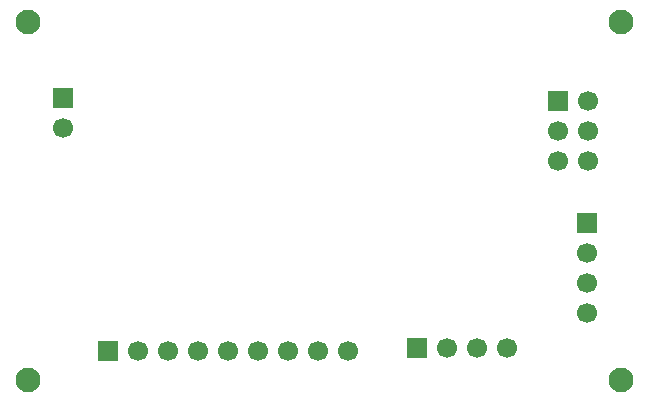
<source format=gbr>
%TF.GenerationSoftware,KiCad,Pcbnew,9.0.1*%
%TF.CreationDate,2025-07-02T13:22:09+05:30*%
%TF.ProjectId,4. MCU data logger,342e204d-4355-4206-9461-7461206c6f67,1*%
%TF.SameCoordinates,Original*%
%TF.FileFunction,Soldermask,Bot*%
%TF.FilePolarity,Negative*%
%FSLAX46Y46*%
G04 Gerber Fmt 4.6, Leading zero omitted, Abs format (unit mm)*
G04 Created by KiCad (PCBNEW 9.0.1) date 2025-07-02 13:22:09*
%MOMM*%
%LPD*%
G01*
G04 APERTURE LIST*
%ADD10R,1.700000X1.700000*%
%ADD11C,1.700000*%
%ADD12C,2.100000*%
G04 APERTURE END LIST*
D10*
%TO.C,J4*%
X90170000Y-66040000D03*
D11*
X92710000Y-66040000D03*
X90170000Y-68580000D03*
X92710000Y-68580000D03*
X90170000Y-71120000D03*
X92710000Y-71120000D03*
%TD*%
D12*
%TO.C,H1*%
X45262800Y-59334400D03*
%TD*%
%TO.C,H2*%
X95453200Y-59334400D03*
%TD*%
D10*
%TO.C,J1*%
X92608400Y-76352400D03*
D11*
X92608400Y-78892400D03*
X92608400Y-81432400D03*
X92608400Y-83972400D03*
%TD*%
D10*
%TO.C,J2*%
X78181200Y-86969600D03*
D11*
X80721200Y-86969600D03*
X83261200Y-86969600D03*
X85801200Y-86969600D03*
%TD*%
D12*
%TO.C,H4*%
X95453200Y-89662000D03*
%TD*%
D10*
%TO.C,BT1*%
X48209200Y-65786000D03*
D11*
X48209200Y-68326000D03*
%TD*%
D10*
%TO.C,J3*%
X52070000Y-87172800D03*
D11*
X54610000Y-87172800D03*
X57150000Y-87172800D03*
X59690000Y-87172800D03*
X62230000Y-87172800D03*
X64770000Y-87172800D03*
X67310000Y-87172800D03*
X69850000Y-87172800D03*
X72390000Y-87172800D03*
%TD*%
D12*
%TO.C,H3*%
X45262800Y-89662000D03*
%TD*%
M02*

</source>
